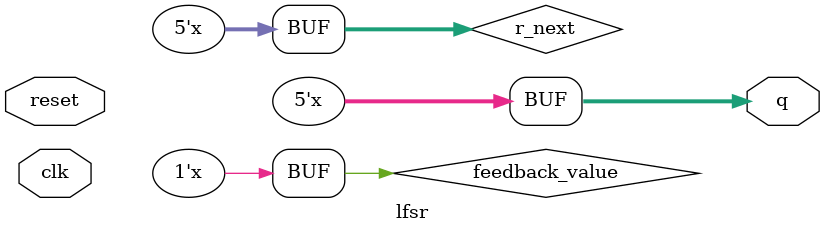
<source format=v>
module lfsr( 
    input clk,
    input reset,
    output [4:0] q
); 
reg [4:0] r_reg;
wire [4:0] r_next;
wire feedback_value;
// on reset set the value of r_reg to 1
// otherwise assign r_next to r_reg
// assign the xor of bit positions 2 and 4 of r_reg to feedback_value
// assign feedback concatenated with 4 most significant bits of r_reg to r_next
// assign r_reg to the output q
always @* begin
    if (reset) begin
        r_reg <= 1;
    end
    else begin
        // initialize r_reg from input clk
        if (clk) begin
            r_reg <= r_reg + 1;
        end
        // update r_next
        r_next <= r_reg ^ (r_reg >> 2) ^ (r_reg >> 4);
        // update feedback_value
        feedback_value <= (r_reg >> 1) ^ (r_reg >> 2) ^ (r_reg >> 3);
        // assign output to q
        q <= r_next;
    end
end
endmodule

</source>
